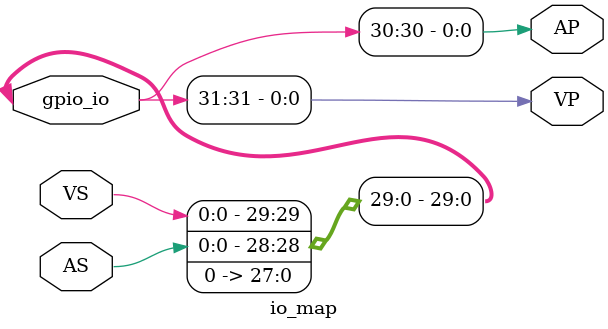
<source format=v>
`timescale 1ns / 1ps


module io_map(
    output VP,
    output AP,
    input VS,
    input AS,
    inout [31:0] gpio_io
  );
    assign VP = gpio_io[31];
    assign AP = gpio_io[30];
    assign gpio_io[29] = VS;
    assign gpio_io[28] = AS;
    assign gpio_io[27:0] = 0;
endmodule

</source>
